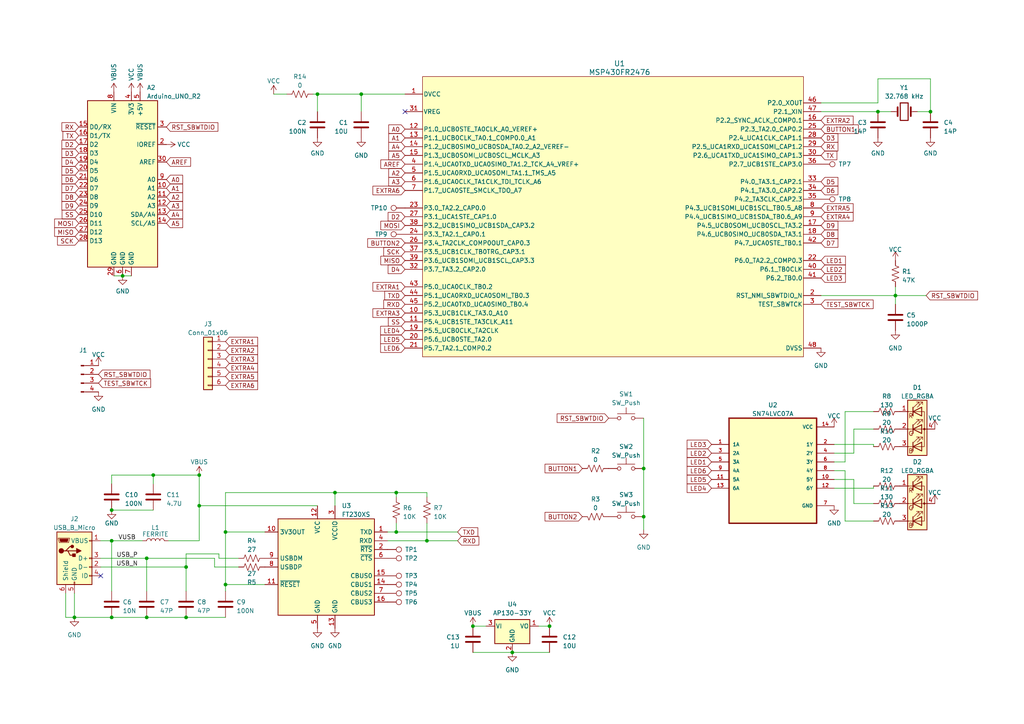
<source format=kicad_sch>
(kicad_sch (version 20230121) (generator eeschema)
  (paper "A4")
  (title_block (title "FRAM Forth Development Board") (date "2023-10-16") (company "bitgloo") (comment 1 "Released under the CERN Open Hardware License Version 2 - Strongly Reciprocal"))
  (lib_symbols
    (symbol "Connector:Conn_01x04_Pin" (pin_names (offset 1.016) hide)
      (property "Reference" "J" (at 0 5.08 0))
      (property "Value" "Conn_01x04_Pin" (at 0 -7.62 0))
      (symbol "Conn_01x04_Pin_1_1"
        (pin passive line (at 5.08 2.54 180) (length 3.81) (name "Pin_1") (number "1"))
        (pin passive line (at 5.08 0 180) (length 3.81) (name "Pin_2") (number "2"))
        (pin passive line (at 5.08 -2.54 180) (length 3.81) (name "Pin_3") (number "3"))
        (pin passive line (at 5.08 -5.08 180) (length 3.81) (name "Pin_4") (number "4"))
      )
    )
    (symbol "Connector:TestPoint" (pin_numbers hide) (pin_names (offset 0.762) hide)
      (property "Reference" "TP" (at 0 6.858 0))
      (property "Value" "TestPoint" (at 0 5.08 0))
      (symbol "TestPoint_1_1"
        (pin passive line (at 0 0 90) (length 2.54) (name "1") (number "1"))
      )
    )
    (symbol "Connector:USB_B_Micro" (pin_names (offset 1.016))
      (property "Reference" "J" (at -5.08 11.43 0))
      (property "Value" "USB_B_Micro" (at -5.08 8.89 0))
      (symbol "USB_B_Micro_1_1"
        (pin power_out line (at 7.62 5.08 180) (length 2.54) (name "VBUS") (number "1"))
        (pin bidirectional line (at 7.62 -2.54 180) (length 2.54) (name "D-") (number "2"))
        (pin bidirectional line (at 7.62 0 180) (length 2.54) (name "D+") (number "3"))
        (pin passive line (at 7.62 -5.08 180) (length 2.54) (name "ID") (number "4"))
        (pin power_out line (at 0 -10.16 90) (length 2.54) (name "GND") (number "5"))
        (pin passive line (at -2.54 -10.16 90) (length 2.54) (name "Shield") (number "6"))
      )
    )
    (symbol "Connector_Generic:Conn_01x06" (pin_names (offset 1.016) hide)
      (property "Reference" "J" (at 0 7.62 0))
      (property "Value" "Conn_01x06" (at 0 -10.16 0))
      (symbol "Conn_01x06_1_1"
        (pin passive line (at -5.08 5.08 0) (length 3.81) (name "Pin_1") (number "1"))
        (pin passive line (at -5.08 2.54 0) (length 3.81) (name "Pin_2") (number "2"))
        (pin passive line (at -5.08 0 0) (length 3.81) (name "Pin_3") (number "3"))
        (pin passive line (at -5.08 -2.54 0) (length 3.81) (name "Pin_4") (number "4"))
        (pin passive line (at -5.08 -5.08 0) (length 3.81) (name "Pin_5") (number "5"))
        (pin passive line (at -5.08 -7.62 0) (length 3.81) (name "Pin_6") (number "6"))
      )
    )
    (symbol "Device:C" (pin_numbers hide) (pin_names (offset 0.254))
      (property "Reference" "C" (at 0.635 2.54 0))
      (property "Value" "C" (at 0.635 -2.54 0))
      (symbol "C_1_1"
        (pin passive line (at 0 3.81 270) (length 2.794) (name "~") (number "1"))
        (pin passive line (at 0 -3.81 90) (length 2.794) (name "~") (number "2"))
      )
    )
    (symbol "Device:Crystal" (pin_numbers hide) (pin_names (offset 1.016) hide)
      (property "Reference" "Y" (at 0 3.81 0))
      (property "Value" "Crystal" (at 0 -3.81 0))
      (symbol "Crystal_1_1"
        (pin passive line (at -3.81 0 0) (length 1.27) (name "1") (number "1"))
        (pin passive line (at 3.81 0 180) (length 1.27) (name "2") (number "2"))
      )
    )
    (symbol "Device:L" (pin_numbers hide) (pin_names (offset 1.016) hide)
      (property "Reference" "L" (at -1.27 0 90))
      (property "Value" "L" (at 1.905 0 90))
      (symbol "L_1_1"
        (pin passive line (at 0 3.81 270) (length 1.27) (name "1") (number "1"))
        (pin passive line (at 0 -3.81 90) (length 1.27) (name "2") (number "2"))
      )
    )
    (symbol "Device:LED_RGBA" (pin_names (offset 0) hide)
      (property "Reference" "D" (at 0 9.398 0))
      (property "Value" "LED_RGBA" (at 0 -8.89 0))
      (symbol "LED_RGBA_0_0"
        (text "B" (at -1.905 -6.35 0) (effects (font (size 1.27 1.27))))
        (text "G" (at -1.905 -1.27 0) (effects (font (size 1.27 1.27))))
        (text "R" (at -1.905 3.81 0) (effects (font (size 1.27 1.27))))
      )
      (symbol "LED_RGBA_1_1"
        (pin passive line (at -5.08 5.08 0) (length 2.54) (name "RK") (number "1"))
        (pin passive line (at -5.08 0 0) (length 2.54) (name "GK") (number "2"))
        (pin passive line (at -5.08 -5.08 0) (length 2.54) (name "BK") (number "3"))
        (pin passive line (at 5.08 0 180) (length 2.54) (name "A") (number "4"))
      )
    )
    (symbol "Device:R_US" (pin_numbers hide) (pin_names (offset 0))
      (property "Reference" "R" (at 2.54 0 90))
      (property "Value" "R_US" (at -2.54 0 90))
      (symbol "R_US_1_1"
        (pin passive line (at 0 3.81 270) (length 1.27) (name "~") (number "1"))
        (pin passive line (at 0 -3.81 90) (length 1.27) (name "~") (number "2"))
      )
    )
    (symbol "Interface_USB:FT230XS"
      (property "Reference" "U" (at -13.97 15.24 0))
      (property "Value" "FT230XS" (at 7.62 15.24 0))
      (symbol "FT230XS_1_1"
        (pin output line (at 17.78 10.16 180) (length 3.81) (name "TXD") (number "1"))
        (pin power_out line (at -17.78 10.16 0) (length 3.81) (name "3V3OUT") (number "10"))
        (pin input line (at -17.78 -5.08 0) (length 3.81) (name "~{RESET}") (number "11"))
        (pin power_in line (at -2.54 17.78 270) (length 3.81) (name "VCC") (number "12"))
        (pin power_in line (at 2.54 -17.78 90) (length 3.81) (name "GND") (number "13"))
        (pin bidirectional line (at 17.78 -5.08 180) (length 3.81) (name "CBUS1") (number "14"))
        (pin bidirectional line (at 17.78 -2.54 180) (length 3.81) (name "CBUS0") (number "15"))
        (pin bidirectional line (at 17.78 -10.16 180) (length 3.81) (name "CBUS3") (number "16"))
        (pin output line (at 17.78 5.08 180) (length 3.81) (name "~{RTS}") (number "2"))
        (pin power_in line (at 2.54 17.78 270) (length 3.81) (name "VCCIO") (number "3"))
        (pin input line (at 17.78 7.62 180) (length 3.81) (name "RXD") (number "4"))
        (pin power_in line (at -2.54 -17.78 90) (length 3.81) (name "GND") (number "5"))
        (pin input line (at 17.78 2.54 180) (length 3.81) (name "~{CTS}") (number "6"))
        (pin bidirectional line (at 17.78 -7.62 180) (length 3.81) (name "CBUS2") (number "7"))
        (pin bidirectional line (at -17.78 0 0) (length 3.81) (name "USBDP") (number "8"))
        (pin bidirectional line (at -17.78 2.54 0) (length 3.81) (name "USBDM") (number "9"))
      )
    )
    (symbol "MCU_Module:Arduino_UNO_R2"
      (property "Reference" "A" (at -10.16 23.495 0))
      (property "Value" "Arduino_UNO_R2" (at 5.08 -26.67 0))
      (symbol "Arduino_UNO_R2_1_1"
        (pin no_connect line (at -10.16 -20.32 0) (length 2.54) hide (name "NC") (number "1"))
        (pin bidirectional line (at 12.7 -2.54 180) (length 2.54) (name "A1") (number "10"))
        (pin bidirectional line (at 12.7 -5.08 180) (length 2.54) (name "A2") (number "11"))
        (pin bidirectional line (at 12.7 -7.62 180) (length 2.54) (name "A3") (number "12"))
        (pin bidirectional line (at 12.7 -10.16 180) (length 2.54) (name "SDA/A4") (number "13"))
        (pin bidirectional line (at 12.7 -12.7 180) (length 2.54) (name "SCL/A5") (number "14"))
        (pin bidirectional line (at -12.7 15.24 0) (length 2.54) (name "D0/RX") (number "15"))
        (pin bidirectional line (at -12.7 12.7 0) (length 2.54) (name "D1/TX") (number "16"))
        (pin bidirectional line (at -12.7 10.16 0) (length 2.54) (name "D2") (number "17"))
        (pin bidirectional line (at -12.7 7.62 0) (length 2.54) (name "D3") (number "18"))
        (pin bidirectional line (at -12.7 5.08 0) (length 2.54) (name "D4") (number "19"))
        (pin output line (at 12.7 10.16 180) (length 2.54) (name "IOREF") (number "2"))
        (pin bidirectional line (at -12.7 2.54 0) (length 2.54) (name "D5") (number "20"))
        (pin bidirectional line (at -12.7 0 0) (length 2.54) (name "D6") (number "21"))
        (pin bidirectional line (at -12.7 -2.54 0) (length 2.54) (name "D7") (number "22"))
        (pin bidirectional line (at -12.7 -5.08 0) (length 2.54) (name "D8") (number "23"))
        (pin bidirectional line (at -12.7 -7.62 0) (length 2.54) (name "D9") (number "24"))
        (pin bidirectional line (at -12.7 -10.16 0) (length 2.54) (name "D10") (number "25"))
        (pin bidirectional line (at -12.7 -12.7 0) (length 2.54) (name "D11") (number "26"))
        (pin bidirectional line (at -12.7 -15.24 0) (length 2.54) (name "D12") (number "27"))
        (pin bidirectional line (at -12.7 -17.78 0) (length 2.54) (name "D13") (number "28"))
        (pin power_in line (at -2.54 -27.94 90) (length 2.54) (name "GND") (number "29"))
        (pin input line (at 12.7 15.24 180) (length 2.54) (name "~{RESET}") (number "3"))
        (pin input line (at 12.7 5.08 180) (length 2.54) (name "AREF") (number "30"))
        (pin power_out line (at 2.54 25.4 270) (length 2.54) (name "3V3") (number "4"))
        (pin power_out line (at 5.08 25.4 270) (length 2.54) (name "+5V") (number "5"))
        (pin power_in line (at 0 -27.94 90) (length 2.54) (name "GND") (number "6"))
        (pin power_in line (at 2.54 -27.94 90) (length 2.54) (name "GND") (number "7"))
        (pin power_in line (at -2.54 25.4 270) (length 2.54) (name "VIN") (number "8"))
        (pin bidirectional line (at 12.7 0 180) (length 2.54) (name "A0") (number "9"))
      )
    )
    (symbol "New_Library:MSP430FR2476TPTR" (pin_names (offset 0.254))
      (property "Reference" "U1" (at 0 45.72 0))
      (property "Value" "MSP430FR2476" (at 0 43.18 0))
      (symbol "MSP430FR2476TPTR_0_1"
        (pin power_in line (at -62.23 36.83 0) (length 5.08) (name "DVCC") (number "1"))
        (pin bidirectional line (at -62.23 -26.67 0) (length 5.08) (name "P5.3_UCB1CLK_TA3.0_A10") (number "10"))
        (pin bidirectional line (at -62.23 -29.21 0) (length 5.08) (name "P5.4_UCB1STE_TA3CLK_A11") (number "11"))
        (pin bidirectional line (at -62.23 26.67 0) (length 5.08) (name "P1.0_UCB0STE_TA0CLK_A0_VEREF+") (number "12"))
        (pin bidirectional line (at -62.23 24.13 0) (length 5.08) (name "P1.1_UCB0CLK_TA0.1_COMP0.0_A1") (number "13"))
        (pin bidirectional line (at -62.23 21.59 0) (length 5.08) (name "P1.2_UCB0SIMO_UCB0SDA_TA0.2_A2_VEREF-") (number "14"))
        (pin bidirectional line (at -62.23 19.05 0) (length 5.08) (name "P1.3_UCB0SOMI_UCB0SCL_MCLK_A3") (number "15"))
        (pin bidirectional line (at 58.42 29.21 180) (length 5.08) (name "P2.2_SYNC_ACLK_COMP0.1") (number "16"))
        (pin bidirectional line (at 58.42 -1.27 180) (length 5.08) (name "P4.5_UCB0SOMI_UCB0SCL_TA3.2") (number "17"))
        (pin bidirectional line (at 58.42 -3.81 180) (length 5.08) (name "P4.6_UCB0SIMO_UCB0SDA_TA3.1") (number "18"))
        (pin bidirectional line (at -62.23 -31.75 0) (length 5.08) (name "P5.5_UCB0CLK_TA2CLK") (number "19"))
        (pin bidirectional line (at 58.42 -21.59 180) (length 5.08) (name "RST_NMI_SBWTDIO_N") (number "2"))
        (pin bidirectional line (at -62.23 -34.29 0) (length 5.08) (name "P5.6_UCB0STE_TA2.0") (number "20"))
        (pin bidirectional line (at -62.23 -36.83 0) (length 5.08) (name "P5.7_TA2.1_COMP0.2") (number "21"))
        (pin bidirectional line (at 58.42 -11.43 180) (length 5.08) (name "P6.0_TA2.2_COMP0.3") (number "22"))
        (pin bidirectional line (at -62.23 3.81 0) (length 5.08) (name "P3.0_TA2.2_CAP0.0") (number "23"))
        (pin bidirectional line (at -62.23 -3.81 0) (length 5.08) (name "P3.3_TA2.1_CAP0.1") (number "24"))
        (pin bidirectional line (at 58.42 26.67 180) (length 5.08) (name "P2.3_TA2.0_CAP0.2") (number "25"))
        (pin bidirectional line (at -62.23 -6.35 0) (length 5.08) (name "P3.4_TA2CLK_COMP0OUT_CAP0.3") (number "26"))
        (pin bidirectional line (at -62.23 1.27 0) (length 5.08) (name "P3.1_UCA1STE_CAP1.0") (number "27"))
        (pin bidirectional line (at 58.42 24.13 180) (length 5.08) (name "P2.4_UCA1CLK_CAP1.1") (number "28"))
        (pin bidirectional line (at 58.42 21.59 180) (length 5.08) (name "P2.5_UCA1RXD_UCA1SOMI_CAP1.2") (number "29"))
        (pin input line (at 58.42 -24.13 180) (length 5.08) (name "TEST_SBWTCK") (number "3"))
        (pin bidirectional line (at 58.42 19.05 180) (length 5.08) (name "P2.6_UCA1TXD_UCA1SIMO_CAP1.3") (number "30"))
        (pin power_in line (at -62.23 31.75 0) (length 5.08) (name "VREG") (number "31"))
        (pin bidirectional line (at -62.23 -13.97 0) (length 5.08) (name "P3.7_TA3.2_CAP2.0") (number "32"))
        (pin bidirectional line (at 58.42 11.43 180) (length 5.08) (name "P4.0_TA3.1_CAP2.1") (number "33"))
        (pin bidirectional line (at 58.42 8.89 180) (length 5.08) (name "P4.1_TA3.0_CAP2.2") (number "34"))
        (pin bidirectional line (at 58.42 6.35 180) (length 5.08) (name "P4.2_TA3CLK_CAP2.3") (number "35"))
        (pin bidirectional line (at 58.42 16.51 180) (length 5.08) (name "P2.7_UCB1STE_CAP3.0") (number "36"))
        (pin bidirectional line (at -62.23 -8.89 0) (length 5.08) (name "P3.5_UCB1CLK_TB0TRG_CAP3.1") (number "37"))
        (pin bidirectional line (at -62.23 -1.27 0) (length 5.08) (name "P3.2_UCB1SIMO_UCB1SDA_CAP3.2") (number "38"))
        (pin bidirectional line (at -62.23 -11.43 0) (length 5.08) (name "P3.6_UCB1SOMI_UCB1SCL_CAP3.3") (number "39"))
        (pin bidirectional line (at -62.23 16.51 0) (length 5.08) (name "P1.4_UCA0TXD_UCA0SIMO_TA1.2_TCK_A4_VREF+") (number "4"))
        (pin bidirectional line (at 58.42 -13.97 180) (length 5.08) (name "P6.1_TB0CLK") (number "40"))
        (pin bidirectional line (at 58.42 -16.51 180) (length 5.08) (name "P6.2_TB0.0") (number "41"))
        (pin bidirectional line (at 58.42 -6.35 180) (length 5.08) (name "P4.7_UCA0STE_TB0.1") (number "42"))
        (pin bidirectional line (at -62.23 -19.05 0) (length 5.08) (name "P5.0_UCA0CLK_TB0.2") (number "43"))
        (pin bidirectional line (at -62.23 -21.59 0) (length 5.08) (name "P5.1_UCA0RXD_UCA0SOMI_TB0.3") (number "44"))
        (pin bidirectional line (at -62.23 -24.13 0) (length 5.08) (name "P5.2_UCA0TXD_UCA0SIMO_TB0.4") (number "45"))
        (pin bidirectional line (at 58.42 34.29 180) (length 5.08) (name "P2.0_XOUT") (number "46"))
        (pin bidirectional line (at 58.42 31.75 180) (length 5.08) (name "P2.1_XIN") (number "47"))
        (pin power_in line (at 58.42 -36.83 180) (length 5.08) (name "DVSS") (number "48"))
        (pin bidirectional line (at -62.23 13.97 0) (length 5.08) (name "P1.5_UCA0RXD_UCA0SOMI_TA1.1_TMS_A5") (number "5"))
        (pin bidirectional line (at -62.23 11.43 0) (length 5.08) (name "P1.6_UCA0CLK_TA1CLK_TDI_TCLK_A6") (number "6"))
        (pin bidirectional line (at -62.23 8.89 0) (length 5.08) (name "P1.7_UCA0STE_SMCLK_TDO_A7") (number "7"))
        (pin bidirectional line (at 58.42 3.81 180) (length 5.08) (name "P4.3_UCB1SOMI_UCB1SCL_TB0.5_A8") (number "8"))
        (pin bidirectional line (at 58.42 1.27 180) (length 5.08) (name "P4.4_UCB1SIMO_UCB1SDA_TB0.6_A9") (number "9"))
      )
    )
    (symbol "New_Library:SN74LVC07APWR" (pin_names (offset 1.016))
      (property "Reference" "U" (at -12.7 16.2306 0))
      (property "Value" "SN74LVC07APWR" (at -12.7 -19.2278 0))
      (symbol "SN74LVC07APWR_0_0"
        (pin input line (at -17.78 7.62 0) (length 5.08) (name "1A") (number "1"))
        (pin output line (at 17.78 -2.54 180) (length 5.08) (name "5Y") (number "10"))
        (pin input line (at -17.78 -2.54 0) (length 5.08) (name "5A") (number "11"))
        (pin output line (at 17.78 -5.08 180) (length 5.08) (name "6Y") (number "12"))
        (pin input line (at -17.78 -5.08 0) (length 5.08) (name "6A") (number "13"))
        (pin power_in line (at 17.78 12.7 180) (length 5.08) (name "VCC") (number "14"))
        (pin output line (at 17.78 7.62 180) (length 5.08) (name "1Y") (number "2"))
        (pin input line (at -17.78 5.08 0) (length 5.08) (name "2A") (number "3"))
        (pin output line (at 17.78 5.08 180) (length 5.08) (name "2Y") (number "4"))
        (pin input line (at -17.78 2.54 0) (length 5.08) (name "3A") (number "5"))
        (pin output line (at 17.78 2.54 180) (length 5.08) (name "3Y") (number "6"))
        (pin power_in line (at 17.78 -10.16 180) (length 5.08) (name "GND") (number "7"))
        (pin output line (at 17.78 0 180) (length 5.08) (name "4Y") (number "8"))
        (pin input line (at -17.78 0 0) (length 5.08) (name "4A") (number "9"))
      )
    )
    (symbol "Regulator_Linear:AP130-33Y" (pin_names (offset 0.254))
      (property "Reference" "U" (at -3.81 3.175 0))
      (property "Value" "AP130-33Y" (at 0 3.175 0))
      (symbol "AP130-33Y_1_1"
        (pin power_out line (at 7.62 0 180) (length 2.54) (name "VO") (number "1"))
        (pin power_in line (at 0 -7.62 90) (length 2.54) (name "GND") (number "2"))
        (pin power_in line (at -7.62 0 0) (length 2.54) (name "VI") (number "3"))
      )
    )
    (symbol "Switch:SW_Push" (pin_numbers hide) (pin_names (offset 1.016) hide)
      (property "Reference" "SW" (at 1.27 2.54 0))
      (property "Value" "SW_Push" (at 0 -1.524 0))
      (symbol "SW_Push_0_1"
        (pin passive line (at -5.08 0 0) (length 2.54) (name "1") (number "1"))
        (pin passive line (at 5.08 0 180) (length 2.54) (name "2") (number "2"))
      )
    )
    (symbol "power:GND" (power) (pin_names (offset 0))
      (property "Value" "GND" (at 0 -3.81 0))
      (symbol "GND_1_1"
        (pin power_in line (at 0 0 270) (length 0) hide (name "GND") (number "1"))
      )
    )
    (symbol "power:VBUS" (power) (pin_names (offset 0))
      (property "Value" "VBUS" (at 0 3.81 0))
      (symbol "VBUS_1_1"
        (pin power_in line (at 0 0 90) (length 0) hide (name "VBUS") (number "1"))
      )
    )
    (symbol "power:VCC" (power) (pin_names (offset 0))
      (property "Value" "VCC" (at 0 3.81 0))
      (symbol "VCC_1_1"
        (pin power_in line (at 0 0 90) (length 0) hide (name "VCC") (number "1"))
      )
    )
  )
  (junction (at 65.405 154.305))
  (junction (at 159.385 181.61))
  (junction (at 114.935 142.875))
  (junction (at 53.975 179.07))
  (junction (at 57.785 137.795))
  (junction (at 53.975 164.465))
  (junction (at 32.385 156.845))
  (junction (at 65.405 169.545))
  (junction (at 148.59 189.23))
  (junction (at 137.16 181.61))
  (junction (at 44.45 137.795))
  (junction (at 57.785 146.685))
  (junction (at 92.075 27.305))
  (junction (at 259.715 85.725))
  (junction (at 123.825 156.845))
  (junction (at 97.155 142.875))
  (junction (at 104.775 27.305))
  (junction (at 35.56 80.01))
  (junction (at 42.545 161.925))
  (junction (at 254.635 32.385))
  (junction (at 186.69 149.86))
  (junction (at 21.59 179.07))
  (junction (at 32.385 179.07))
  (junction (at 42.545 179.07))
  (junction (at 114.935 154.305))
  (junction (at 186.69 135.89))
  (junction (at 32.385 147.955))
  (junction (at 269.875 32.385))
  (no_connect (at 29.21 167.005))
  (no_connect (at 117.475 32.385))
  (wire (pts (xy 114.935 142.875) (xy 114.935 144.145)))
  (wire (pts (xy 21.59 179.07) (xy 32.385 179.07)))
  (wire (pts (xy 48.895 156.845) (xy 57.785 156.845)))
  (wire (pts (xy 97.155 146.685) (xy 97.155 142.875)))
  (wire (pts (xy 65.405 142.875) (xy 65.405 154.305)))
  (wire (pts (xy 137.16 189.23) (xy 148.59 189.23)))
  (wire (pts (xy 247.65 124.46) (xy 253.365 124.46)))
  (wire (pts (xy 253.365 128.905) (xy 253.365 129.54)))
  (wire (pts (xy 238.125 32.385) (xy 254.635 32.385)))
  (wire (pts (xy 253.365 141.605) (xy 253.365 140.97)))
  (wire (pts (xy 97.155 142.875) (xy 114.935 142.875)))
  (wire (pts (xy 29.21 161.925) (xy 42.545 161.925)))
  (wire (pts (xy 148.59 189.23) (xy 159.385 189.23)))
  (wire (pts (xy 245.11 136.525) (xy 245.11 151.13)))
  (wire (pts (xy 241.935 139.065) (xy 247.65 139.065)))
  (wire (pts (xy 19.05 172.085) (xy 19.05 179.07)))
  (wire (pts (xy 65.405 154.305) (xy 65.405 169.545)))
  (wire (pts (xy 123.825 156.845) (xy 123.825 151.765)))
  (wire (pts (xy 29.21 164.465) (xy 53.975 164.465)))
  (wire (pts (xy 114.935 154.305) (xy 132.715 154.305)))
  (wire (pts (xy 247.65 139.065) (xy 247.65 146.05)))
  (wire (pts (xy 241.935 131.445) (xy 247.65 131.445)))
  (wire (pts (xy 241.935 136.525) (xy 245.11 136.525)))
  (wire (pts (xy 112.395 154.305) (xy 114.935 154.305)))
  (wire (pts (xy 259.715 83.185) (xy 259.715 85.725)))
  (wire (pts (xy 29.21 156.845) (xy 32.385 156.845)))
  (wire (pts (xy 32.385 179.07) (xy 42.545 179.07)))
  (wire (pts (xy 63.5 161.925) (xy 63.5 160.655)))
  (wire (pts (xy 19.05 179.07) (xy 21.59 179.07)))
  (wire (pts (xy 186.69 121.285) (xy 186.69 135.89)))
  (wire (pts (xy 247.65 131.445) (xy 247.65 124.46)))
  (wire (pts (xy 44.45 137.795) (xy 32.385 137.795)))
  (wire (pts (xy 65.405 169.545) (xy 76.835 169.545)))
  (wire (pts (xy 32.385 156.845) (xy 32.385 171.45)))
  (wire (pts (xy 112.395 156.845) (xy 123.825 156.845)))
  (wire (pts (xy 53.975 179.07) (xy 65.405 179.07)))
  (wire (pts (xy 247.65 146.05) (xy 253.365 146.05)))
  (wire (pts (xy 65.405 154.305) (xy 76.835 154.305)))
  (wire (pts (xy 44.45 137.795) (xy 44.45 140.335)))
  (wire (pts (xy 114.935 154.305) (xy 114.935 151.765)))
  (wire (pts (xy 90.805 27.305) (xy 92.075 27.305)))
  (wire (pts (xy 53.975 160.655) (xy 53.975 164.465)))
  (wire (pts (xy 254.635 22.86) (xy 269.875 22.86)))
  (wire (pts (xy 156.21 181.61) (xy 159.385 181.61)))
  (wire (pts (xy 92.075 146.685) (xy 57.785 146.685)))
  (wire (pts (xy 266.065 32.385) (xy 269.875 32.385)))
  (wire (pts (xy 69.215 164.465) (xy 62.23 164.465)))
  (wire (pts (xy 65.405 169.545) (xy 65.405 171.45)))
  (wire (pts (xy 79.375 27.305) (xy 83.185 27.305)))
  (wire (pts (xy 241.935 141.605) (xy 253.365 141.605)))
  (wire (pts (xy 238.125 29.845) (xy 254.635 29.845)))
  (wire (pts (xy 69.215 161.925) (xy 63.5 161.925)))
  (wire (pts (xy 269.875 22.86) (xy 269.875 32.385)))
  (wire (pts (xy 104.775 27.305) (xy 117.475 27.305)))
  (wire (pts (xy 32.385 147.955) (xy 44.45 147.955)))
  (wire (pts (xy 245.11 133.985) (xy 245.11 119.38)))
  (wire (pts (xy 254.635 29.845) (xy 254.635 22.86)))
  (wire (pts (xy 97.155 142.875) (xy 65.405 142.875)))
  (wire (pts (xy 57.785 146.685) (xy 57.785 137.795)))
  (wire (pts (xy 137.16 181.61) (xy 140.97 181.61)))
  (wire (pts (xy 186.69 135.89) (xy 186.69 149.86)))
  (wire (pts (xy 259.715 85.725) (xy 259.715 88.265)))
  (wire (pts (xy 35.56 80.01) (xy 38.1 80.01)))
  (wire (pts (xy 62.23 164.465) (xy 62.23 161.925)))
  (wire (pts (xy 32.385 137.795) (xy 32.385 140.335)))
  (wire (pts (xy 241.935 128.905) (xy 253.365 128.905)))
  (wire (pts (xy 42.545 179.07) (xy 53.975 179.07)))
  (wire (pts (xy 57.785 137.795) (xy 44.45 137.795)))
  (wire (pts (xy 104.775 27.305) (xy 104.775 32.385)))
  (wire (pts (xy 123.825 142.875) (xy 123.825 144.145)))
  (wire (pts (xy 57.785 146.685) (xy 57.785 156.845)))
  (wire (pts (xy 186.69 149.86) (xy 186.69 153.67)))
  (wire (pts (xy 53.975 164.465) (xy 53.975 171.45)))
  (wire (pts (xy 92.075 27.305) (xy 92.075 32.385)))
  (wire (pts (xy 114.935 142.875) (xy 123.825 142.875)))
  (wire (pts (xy 245.11 119.38) (xy 253.365 119.38)))
  (wire (pts (xy 123.825 156.845) (xy 132.715 156.845)))
  (wire (pts (xy 62.23 161.925) (xy 42.545 161.925)))
  (wire (pts (xy 245.11 151.13) (xy 253.365 151.13)))
  (wire (pts (xy 238.125 85.725) (xy 259.715 85.725)))
  (wire (pts (xy 241.935 133.985) (xy 245.11 133.985)))
  (wire (pts (xy 33.02 80.01) (xy 35.56 80.01)))
  (wire (pts (xy 254.635 32.385) (xy 258.445 32.385)))
  (wire (pts (xy 92.075 27.305) (xy 104.775 27.305)))
  (wire (pts (xy 21.59 172.085) (xy 21.59 179.07)))
  (wire (pts (xy 32.385 156.845) (xy 41.275 156.845)))
  (wire (pts (xy 259.715 85.725) (xy 268.605 85.725)))
  (wire (pts (xy 63.5 160.655) (xy 53.975 160.655)))
  (wire (pts (xy 42.545 161.925) (xy 42.545 171.45)))
  (label "USB_P" (at 40.005 161.925 180))
  (label "USB_N" (at 40.005 164.465 180))
  (label "VUSB" (at 34.29 156.845 0))
  (global_label "EXTRA1" (shape input) (at 117.475 83.185 180) (property "Intersheetrefs" "${INTERSHEET_REFS}" (effects hide)))
  (global_label "MISO" (shape input) (at 117.475 75.565 180) (property "Intersheetrefs" "${INTERSHEET_REFS}" (effects hide)))
  (global_label "LED4" (shape input) (at 117.475 95.885 180) (property "Intersheetrefs" "${INTERSHEET_REFS}" (effects hide)))
  (global_label "TEST_SBWTCK" (shape input) (at 28.575 111.125 0) (property "Intersheetrefs" "${INTERSHEET_REFS}" (effects hide)))
  (global_label "D8" (shape input) (at 238.125 67.945 0) (property "Intersheetrefs" "${INTERSHEET_REFS}" (effects hide)))
  (global_label "BUTTON1" (shape input) (at 168.91 135.89 180) (property "Intersheetrefs" "${INTERSHEET_REFS}" (effects hide)))
  (global_label "D8" (shape input) (at 22.86 57.15 180) (property "Intersheetrefs" "${INTERSHEET_REFS}" (effects hide)))
  (global_label "A2" (shape input) (at 48.26 57.15 0) (property "Intersheetrefs" "${INTERSHEET_REFS}" (effects hide)))
  (global_label "D4" (shape input) (at 117.475 78.105 180) (property "Intersheetrefs" "${INTERSHEET_REFS}" (effects hide)))
  (global_label "LED6" (shape input) (at 117.475 100.965 180) (property "Intersheetrefs" "${INTERSHEET_REFS}" (effects hide)))
  (global_label "LED2" (shape input) (at 206.375 131.445 180) (property "Intersheetrefs" "${INTERSHEET_REFS}" (effects hide)))
  (global_label "A5" (shape input) (at 117.475 45.085 180) (property "Intersheetrefs" "${INTERSHEET_REFS}" (effects hide)))
  (global_label "AREF" (shape input) (at 48.26 46.99 0) (property "Intersheetrefs" "${INTERSHEET_REFS}" (effects hide)))
  (global_label "D7" (shape input) (at 22.86 54.61 180) (property "Intersheetrefs" "${INTERSHEET_REFS}" (effects hide)))
  (global_label "A2" (shape input) (at 117.475 50.165 180) (property "Intersheetrefs" "${INTERSHEET_REFS}" (effects hide)))
  (global_label "A4" (shape input) (at 117.475 42.545 180) (property "Intersheetrefs" "${INTERSHEET_REFS}" (effects hide)))
  (global_label "LED6" (shape input) (at 206.375 136.525 180) (property "Intersheetrefs" "${INTERSHEET_REFS}" (effects hide)))
  (global_label "D4" (shape input) (at 22.86 46.99 180) (property "Intersheetrefs" "${INTERSHEET_REFS}" (effects hide)))
  (global_label "TX" (shape input) (at 22.86 39.37 180) (property "Intersheetrefs" "${INTERSHEET_REFS}" (effects hide)))
  (global_label "RST_SBWTDIO" (shape input) (at 268.605 85.725 0) (property "Intersheetrefs" "${INTERSHEET_REFS}" (effects hide)))
  (global_label "EXTRA5" (shape input) (at 65.405 109.22 0) (property "Intersheetrefs" "${INTERSHEET_REFS}" (effects hide)))
  (global_label "AREF" (shape input) (at 117.475 47.625 180) (property "Intersheetrefs" "${INTERSHEET_REFS}" (effects hide)))
  (global_label "D2" (shape input) (at 117.475 62.865 180) (property "Intersheetrefs" "${INTERSHEET_REFS}" (effects hide)))
  (global_label "BUTTON2" (shape input) (at 168.91 149.86 180) (property "Intersheetrefs" "${INTERSHEET_REFS}" (effects hide)))
  (global_label "RX" (shape input) (at 238.125 42.545 0) (property "Intersheetrefs" "${INTERSHEET_REFS}" (effects hide)))
  (global_label "A0" (shape input) (at 117.475 37.465 180) (property "Intersheetrefs" "${INTERSHEET_REFS}" (effects hide)))
  (global_label "A1" (shape input) (at 48.26 54.61 0) (property "Intersheetrefs" "${INTERSHEET_REFS}" (effects hide)))
  (global_label "RXD" (shape input) (at 132.715 156.845 0) (property "Intersheetrefs" "${INTERSHEET_REFS}" (effects hide)))
  (global_label "D6" (shape input) (at 238.125 55.245 0) (property "Intersheetrefs" "${INTERSHEET_REFS}" (effects hide)))
  (global_label "BUTTON2" (shape input) (at 117.475 70.485 180) (property "Intersheetrefs" "${INTERSHEET_REFS}" (effects hide)))
  (global_label "D6" (shape input) (at 22.86 52.07 180) (property "Intersheetrefs" "${INTERSHEET_REFS}" (effects hide)))
  (global_label "EXTRA6" (shape input) (at 65.405 111.76 0) (property "Intersheetrefs" "${INTERSHEET_REFS}" (effects hide)))
  (global_label "D7" (shape input) (at 238.125 70.485 0) (property "Intersheetrefs" "${INTERSHEET_REFS}" (effects hide)))
  (global_label "TXD" (shape input) (at 132.715 154.305 0) (property "Intersheetrefs" "${INTERSHEET_REFS}" (effects hide)))
  (global_label "EXTRA4" (shape input) (at 65.405 106.68 0) (property "Intersheetrefs" "${INTERSHEET_REFS}" (effects hide)))
  (global_label "RST_SBWTDIO" (shape input) (at 48.26 36.83 0) (property "Intersheetrefs" "${INTERSHEET_REFS}" (effects hide)))
  (global_label "D3" (shape input) (at 238.125 40.005 0) (property "Intersheetrefs" "${INTERSHEET_REFS}" (effects hide)))
  (global_label "EXTRA5" (shape input) (at 238.125 60.325 0) (property "Intersheetrefs" "${INTERSHEET_REFS}" (effects hide)))
  (global_label "MOSI" (shape input) (at 22.86 64.77 180) (property "Intersheetrefs" "${INTERSHEET_REFS}" (effects hide)))
  (global_label "D3" (shape input) (at 22.86 44.45 180) (property "Intersheetrefs" "${INTERSHEET_REFS}" (effects hide)))
  (global_label "LED1" (shape input) (at 206.375 133.985 180) (property "Intersheetrefs" "${INTERSHEET_REFS}" (effects hide)))
  (global_label "EXTRA2" (shape input) (at 238.125 34.925 0) (property "Intersheetrefs" "${INTERSHEET_REFS}" (effects hide)))
  (global_label "A5" (shape input) (at 48.26 64.77 0) (property "Intersheetrefs" "${INTERSHEET_REFS}" (effects hide)))
  (global_label "A1" (shape input) (at 117.475 40.005 180) (property "Intersheetrefs" "${INTERSHEET_REFS}" (effects hide)))
  (global_label "SS" (shape input) (at 22.86 62.23 180) (property "Intersheetrefs" "${INTERSHEET_REFS}" (effects hide)))
  (global_label "BUTTON1" (shape input) (at 238.125 37.465 0) (property "Intersheetrefs" "${INTERSHEET_REFS}" (effects hide)))
  (global_label "SCK" (shape input) (at 117.475 73.025 180) (property "Intersheetrefs" "${INTERSHEET_REFS}" (effects hide)))
  (global_label "D2" (shape input) (at 22.86 41.91 180) (property "Intersheetrefs" "${INTERSHEET_REFS}" (effects hide)))
  (global_label "EXTRA6" (shape input) (at 117.475 55.245 180) (property "Intersheetrefs" "${INTERSHEET_REFS}" (effects hide)))
  (global_label "A3" (shape input) (at 117.475 52.705 180) (property "Intersheetrefs" "${INTERSHEET_REFS}" (effects hide)))
  (global_label "A3" (shape input) (at 48.26 59.69 0) (property "Intersheetrefs" "${INTERSHEET_REFS}" (effects hide)))
  (global_label "SCK" (shape input) (at 22.86 69.85 180) (property "Intersheetrefs" "${INTERSHEET_REFS}" (effects hide)))
  (global_label "D5" (shape input) (at 22.86 49.53 180) (property "Intersheetrefs" "${INTERSHEET_REFS}" (effects hide)))
  (global_label "MOSI" (shape input) (at 117.475 65.405 180) (property "Intersheetrefs" "${INTERSHEET_REFS}" (effects hide)))
  (global_label "LED3" (shape input) (at 238.125 80.645 0) (property "Intersheetrefs" "${INTERSHEET_REFS}" (effects hide)))
  (global_label "MISO" (shape input) (at 22.86 67.31 180) (property "Intersheetrefs" "${INTERSHEET_REFS}" (effects hide)))
  (global_label "LED4" (shape input) (at 206.375 141.605 180) (property "Intersheetrefs" "${INTERSHEET_REFS}" (effects hide)))
  (global_label "D5" (shape input) (at 238.125 52.705 0) (property "Intersheetrefs" "${INTERSHEET_REFS}" (effects hide)))
  (global_label "EXTRA3" (shape input) (at 117.475 90.805 180) (property "Intersheetrefs" "${INTERSHEET_REFS}" (effects hide)))
  (global_label "D9" (shape input) (at 22.86 59.69 180) (property "Intersheetrefs" "${INTERSHEET_REFS}" (effects hide)))
  (global_label "LED2" (shape input) (at 238.125 78.105 0) (property "Intersheetrefs" "${INTERSHEET_REFS}" (effects hide)))
  (global_label "RST_SBWTDIO" (shape input) (at 176.53 121.285 180) (property "Intersheetrefs" "${INTERSHEET_REFS}" (effects hide)))
  (global_label "D9" (shape input) (at 238.125 65.405 0) (property "Intersheetrefs" "${INTERSHEET_REFS}" (effects hide)))
  (global_label "RST_SBWTDIO" (shape input) (at 28.575 108.585 0) (property "Intersheetrefs" "${INTERSHEET_REFS}" (effects hide)))
  (global_label "LED3" (shape input) (at 206.375 128.905 180) (property "Intersheetrefs" "${INTERSHEET_REFS}" (effects hide)))
  (global_label "EXTRA2" (shape input) (at 65.405 101.6 0) (property "Intersheetrefs" "${INTERSHEET_REFS}" (effects hide)))
  (global_label "TEST_SBWTCK" (shape input) (at 238.125 88.265 0) (property "Intersheetrefs" "${INTERSHEET_REFS}" (effects hide)))
  (global_label "A0" (shape input) (at 48.26 52.07 0) (property "Intersheetrefs" "${INTERSHEET_REFS}" (effects hide)))
  (global_label "TXD" (shape input) (at 117.475 85.725 180) (property "Intersheetrefs" "${INTERSHEET_REFS}" (effects hide)))
  (global_label "LED1" (shape input) (at 238.125 75.565 0) (property "Intersheetrefs" "${INTERSHEET_REFS}" (effects hide)))
  (global_label "LED5" (shape input) (at 117.475 98.425 180) (property "Intersheetrefs" "${INTERSHEET_REFS}" (effects hide)))
  (global_label "LED5" (shape input) (at 206.375 139.065 180) (property "Intersheetrefs" "${INTERSHEET_REFS}" (effects hide)))
  (global_label "RXD" (shape input) (at 117.475 88.265 180) (property "Intersheetrefs" "${INTERSHEET_REFS}" (effects hide)))
  (global_label "SS" (shape input) (at 117.475 93.345 180) (property "Intersheetrefs" "${INTERSHEET_REFS}" (effects hide)))
  (global_label "RX" (shape input) (at 22.86 36.83 180) (property "Intersheetrefs" "${INTERSHEET_REFS}" (effects hide)))
  (global_label "TX" (shape input) (at 238.125 45.085 0) (property "Intersheetrefs" "${INTERSHEET_REFS}" (effects hide)))
  (global_label "EXTRA1" (shape input) (at 65.405 99.06 0) (property "Intersheetrefs" "${INTERSHEET_REFS}" (effects hide)))
  (global_label "EXTRA4" (shape input) (at 238.125 62.865 0) (property "Intersheetrefs" "${INTERSHEET_REFS}" (effects hide)))
  (global_label "A4" (shape input) (at 48.26 62.23 0) (property "Intersheetrefs" "${INTERSHEET_REFS}" (effects hide)))
  (global_label "EXTRA3" (shape input) (at 65.405 104.14 0) (property "Intersheetrefs" "${INTERSHEET_REFS}" (effects hide)))
  (symbol (lib_id "Device:C") (at 159.385 185.42 0) (unit 1)
    (property "Reference" "C12" (at 163.195 184.785 0) (effects (justify left)))
    (property "Value" "10U" (at 163.195 187.325 0) (effects (justify left)))
    (property "Footprint" "Capacitor_SMD:C_0805_2012Metric" (effects hide))
    (property "Part Number" "CL21A106KOQNNNE" (effects hide))
  )
  (symbol (lib_id "Switch:SW_Push") (at 181.61 135.89 0) (unit 1)
    (property "Reference" "SW2" (at 181.61 129.54 0))
    (property "Value" "SW_Push" (at 181.61 132.08 0))
    (property "Footprint" "Button_Switch_SMD:SW_SPST_TL3305A" (effects hide))
    (property "Part Number" "TL3305AF160QG" (effects hide))
  )
  (symbol (lib_id "Connector:TestPoint") (at 112.395 172.085 270) (unit 1)
    (property "Reference" "TP5" (at 117.475 172.085 90) (effects (justify left)))
    (property "Value" "TestPoint" (effects hide))
    (property "Footprint" "TestPoint:TestPoint_Pad_D1.0mm" (effects hide))
  )
  (symbol (lib_id "Device:R_US") (at 73.025 164.465 270) (unit 1)
    (property "Reference" "R5" (at 73.025 168.91 90))
    (property "Value" "27" (at 73.025 166.37 90))
    (property "Footprint" "Resistor_SMD:R_0603_1608Metric" (effects hide))
    (property "Part Number" "RC0603JR-0727RL" (effects hide))
  )
  (symbol (lib_id "Connector:TestPoint") (at 112.395 159.385 270) (unit 1)
    (property "Reference" "TP1" (at 117.475 159.385 90) (effects (justify left)))
    (property "Value" "TestPoint" (effects hide))
    (property "Footprint" "TestPoint:TestPoint_Pad_D1.0mm" (effects hide))
  )
  (symbol (lib_id "power:VCC") (at 79.375 27.305 0) (unit 1)
    (property "Reference" "#PWR01" (effects hide))
    (property "Value" "VCC" (at 79.375 23.495 0))
  )
  (symbol (lib_id "Device:R_US") (at 257.175 129.54 90) (unit 1)
    (property "Reference" "R10" (at 257.175 125.095 90))
    (property "Value" "20" (at 257.175 127.635 90))
    (property "Footprint" "Resistor_SMD:R_0603_1608Metric" (effects hide))
    (property "Part Number" "RC0603JR-0720RL" (effects hide))
  )
  (symbol (lib_id "Interface_USB:FT230XS") (at 94.615 164.465 0) (unit 1)
    (property "Reference" "U3" (at 99.1109 146.685 0) (effects (justify left)))
    (property "Value" "FT230XS" (at 99.1109 149.225 0) (effects (justify left)))
    (property "Footprint" "Package_SO:SSOP-16_3.9x4.9mm_P0.635mm" (effects hide))
    (property "Datasheet" "https://www.ftdichip.com/Support/Documents/DataSheets/ICs/DS_FT230X.pdf" (effects hide))
    (property "Part Number" "FT230XS-R" (effects hide))
  )
  (symbol (lib_id "power:GND") (at 28.575 113.665 0) (unit 1)
    (property "Reference" "#PWR010" (effects hide))
    (property "Value" "GND" (at 28.575 118.745 0))
  )
  (symbol (lib_id "Connector:TestPoint") (at 112.395 167.005 270) (unit 1)
    (property "Reference" "TP3" (at 117.475 167.005 90) (effects (justify left)))
    (property "Value" "TestPoint" (effects hide))
    (property "Footprint" "TestPoint:TestPoint_Pad_D1.0mm" (effects hide))
  )
  (symbol (lib_id "Device:R_US") (at 259.715 79.375 0) (unit 1)
    (property "Reference" "R1" (at 261.62 78.74 0) (effects (justify left)))
    (property "Value" "47K" (at 261.62 81.28 0) (effects (justify left)))
    (property "Footprint" "Resistor_SMD:R_0603_1608Metric" (effects hide))
    (property "Part Number" "RC0603JR-0747KL" (effects hide))
  )
  (symbol (lib_id "Device:C") (at 44.45 144.145 0) (unit 1)
    (property "Reference" "C11" (at 48.26 143.51 0) (effects (justify left)))
    (property "Value" "4.7U" (at 48.26 146.05 0) (effects (justify left)))
    (property "Footprint" "Capacitor_SMD:C_0805_2012Metric" (effects hide))
    (property "Part Number" "CL21A475KAQNNNE" (effects hide))
  )
  (symbol (lib_id "power:GND") (at 259.715 95.885 0) (unit 1)
    (property "Reference" "#PWR07" (effects hide))
    (property "Value" "GND" (at 259.715 100.965 0))
  )
  (symbol (lib_id "Connector:TestPoint") (at 112.395 169.545 270) (unit 1)
    (property "Reference" "TP4" (at 117.475 169.545 90) (effects (justify left)))
    (property "Value" "TestPoint" (effects hide))
    (property "Footprint" "TestPoint:TestPoint_Pad_D1.0mm" (effects hide))
  )
  (symbol (lib_id "Connector:USB_B_Micro") (at 21.59 161.925 0) (unit 1)
    (property "Reference" "J2" (at 21.59 150.495 0))
    (property "Value" "USB_B_Micro" (at 21.59 153.035 0))
    (property "Footprint" "Connector_USB:USB_Micro-B_Amphenol_10118194_Horizontal" (effects hide))
    (property "Part Number" "10118194-0001LF" (effects hide))
  )
  (symbol (lib_id "power:VBUS") (at 57.785 137.795 0) (unit 1)
    (property "Reference" "#PWR012" (effects hide))
    (property "Value" "VBUS" (at 57.785 133.985 0))
  )
  (symbol (lib_id "power:VCC") (at 28.575 106.045 0) (unit 1)
    (property "Reference" "#PWR09" (effects hide))
    (property "Value" "VCC" (at 28.575 102.87 0))
  )
  (symbol (lib_id "power:VBUS") (at 33.02 26.67 0) (unit 1)
    (property "Reference" "#PWR022" (effects hide))
    (property "Value" "VBUS" (at 33.02 20.955 90))
  )
  (symbol (lib_id "Device:LED_RGBA") (at 266.065 124.46 0) (unit 1)
    (property "Reference" "D1" (at 266.065 112.395 0))
    (property "Value" "LED_RGBA" (at 266.065 114.935 0))
    (property "Footprint" "LED_SMD:LED_RGB_Wuerth-PLCC4_3.2x2.8mm_150141M173100" (effects hide))
    (property "Part Number" "BL-HJXGXBX32M-A" (effects hide))
  )
  (symbol (lib_id "power:VBUS") (at 137.16 181.61 0) (mirror y) (unit 1)
    (property "Reference" "#PWR013" (effects hide))
    (property "Value" "VBUS" (at 137.16 177.8 0))
  )
  (symbol (lib_id "Device:R_US") (at 73.025 161.925 90) (unit 1)
    (property "Reference" "R4" (at 73.025 156.845 90))
    (property "Value" "27" (at 73.025 159.385 90))
    (property "Footprint" "Resistor_SMD:R_0603_1608Metric" (effects hide))
    (property "Part Number" "RC0603JR-0727RL" (effects hide))
  )
  (symbol (lib_id "Connector:TestPoint") (at 117.475 67.945 90) (unit 1)
    (property "Reference" "TP9" (at 112.395 67.945 90) (effects (justify left)))
    (property "Value" "TestPoint" (effects hide))
    (property "Footprint" "TestPoint:TestPoint_Pad_D1.0mm" (effects hide))
  )
  (symbol (lib_id "Connector:TestPoint") (at 238.125 57.785 270) (unit 1)
    (property "Reference" "TP8" (at 243.205 57.785 90) (effects (justify left)))
    (property "Value" "TestPoint" (effects hide))
    (property "Footprint" "TestPoint:TestPoint_Pad_D1.0mm" (effects hide))
  )
  (symbol (lib_id "Device:C") (at 65.405 175.26 0) (unit 1)
    (property "Reference" "C9" (at 68.58 174.625 0) (effects (justify left)))
    (property "Value" "100N" (at 68.58 177.165 0) (effects (justify left)))
    (property "Footprint" "Capacitor_SMD:C_0603_1608Metric" (effects hide))
    (property "Part Number" "CL10B104KB8NNNC" (effects hide))
  )
  (symbol (lib_id "power:VCC") (at 271.145 146.05 0) (unit 1)
    (property "Reference" "#PWR028" (effects hide))
    (property "Value" "VCC" (at 271.145 142.875 0))
  )
  (symbol (lib_id "Connector:TestPoint") (at 112.395 174.625 270) (unit 1)
    (property "Reference" "TP6" (at 117.475 174.625 90) (effects (justify left)))
    (property "Value" "TestPoint" (effects hide))
    (property "Footprint" "TestPoint:TestPoint_Pad_D1.0mm" (effects hide))
  )
  (symbol (lib_id "power:GND") (at 92.075 40.005 0) (mirror y) (unit 1)
    (property "Reference" "#PWR04" (effects hide))
    (property "Value" "GND" (at 92.075 44.45 0))
  )
  (symbol (lib_id "power:GND") (at 104.775 40.005 0) (mirror y) (unit 1)
    (property "Reference" "#PWR03" (effects hide))
    (property "Value" "GND" (at 104.775 45.085 0))
  )
  (symbol (lib_id "Connector:TestPoint") (at 238.125 47.625 270) (unit 1)
    (property "Reference" "TP7" (at 243.205 47.625 90) (effects (justify left)))
    (property "Value" "TestPoint" (effects hide))
    (property "Footprint" "TestPoint:TestPoint_Pad_D1.0mm" (effects hide))
  )
  (symbol (lib_id "Device:C") (at 42.545 175.26 0) (unit 1)
    (property "Reference" "C7" (at 46.355 174.625 0) (effects (justify left)))
    (property "Value" "47P" (at 46.355 177.165 0) (effects (justify left)))
    (property "Footprint" "Capacitor_SMD:C_0603_1608Metric" (effects hide))
    (property "Part Number" "CL10C470JB8NNNC" (effects hide))
  )
  (symbol (lib_id "MCU_Module:Arduino_UNO_R2") (at 35.56 52.07 0) (unit 1)
    (property "Reference" "A2" (at 42.5959 25.4 0) (effects (justify left)))
    (property "Value" "Arduino_UNO_R2" (at 42.5959 27.94 0) (effects (justify left)))
    (property "Footprint" "Module:Arduino_UNO_R2" (effects hide))
    (property "Datasheet" "https://www.arduino.cc/en/Main/arduinoBoardUno" (effects hide))
  )
  (symbol (lib_id "power:VCC") (at 241.935 123.825 0) (unit 1)
    (property "Reference" "#PWR020" (effects hide))
    (property "Value" "VCC" (at 241.935 120.65 0))
  )
  (symbol (lib_id "power:GND") (at 238.125 100.965 0) (unit 1)
    (property "Reference" "#PWR08" (effects hide))
    (property "Value" "GND" (at 238.125 106.045 0))
  )
  (symbol (lib_id "power:GND") (at 92.075 182.245 0) (unit 1)
    (property "Reference" "#PWR016" (effects hide))
    (property "Value" "GND" (at 92.075 187.325 0))
  )
  (symbol (lib_id "power:GND") (at 21.59 179.07 0) (unit 1)
    (property "Reference" "#PWR015" (effects hide))
    (property "Value" "GND" (at 21.59 184.15 0))
  )
  (symbol (lib_id "power:VCC") (at 259.715 75.565 0) (unit 1)
    (property "Reference" "#PWR02" (effects hide))
    (property "Value" "VCC" (at 259.715 72.39 0))
  )
  (symbol (lib_id "New_Library:MSP430FR2476TPTR") (at 179.705 64.135 0) (unit 1)
    (property "Reference" "U1" (at 179.705 18.415 0) (effects (font (size 1.524 1.524))))
    (property "Value" "MSP430FR2476" (at 179.705 20.955 0) (effects (font (size 1.524 1.524))))
    (property "Footprint" "PT0048A_N" (effects hide))
    (property "Datasheet" "MSP430FR2476TPTR" (effects hide))
    (property "Part Number" "MSP430FR2476TPTR" (effects hide))
  )
  (symbol (lib_id "Device:R_US") (at 257.175 146.05 90) (unit 1)
    (property "Reference" "R11" (at 257.175 141.605 90))
    (property "Value" "130" (at 257.175 144.145 90))
    (property "Footprint" "Resistor_SMD:R_0603_1608Metric" (effects hide))
    (property "Part Number" "RC0603JR-07130RL" (effects hide))
  )
  (symbol (lib_id "power:GND") (at 35.56 80.01 0) (mirror y) (unit 1)
    (property "Reference" "#PWR023" (effects hide))
    (property "Value" "GND" (at 35.56 84.455 0))
  )
  (symbol (lib_id "Device:LED_RGBA") (at 266.065 146.05 0) (unit 1)
    (property "Reference" "D2" (at 266.065 133.985 0))
    (property "Value" "LED_RGBA" (at 266.065 136.525 0))
    (property "Footprint" "LED_SMD:LED_RGB_Wuerth-PLCC4_3.2x2.8mm_150141M173100" (effects hide))
    (property "Part Number" "BL-HJXGXBX32M-A" (effects hide))
  )
  (symbol (lib_id "Device:C") (at 32.385 175.26 0) (unit 1)
    (property "Reference" "C6" (at 35.56 174.625 0) (effects (justify left)))
    (property "Value" "10N" (at 35.56 177.165 0) (effects (justify left)))
    (property "Footprint" "Capacitor_SMD:C_0603_1608Metric" (effects hide))
    (property "Part Number" "CL10B103KB8NNNC" (effects hide))
  )
  (symbol (lib_id "Device:C") (at 259.715 92.075 0) (unit 1)
    (property "Reference" "C5" (at 262.89 91.44 0) (effects (justify left)))
    (property "Value" "1000P" (at 262.89 93.98 0) (effects (justify left)))
    (property "Footprint" "Capacitor_SMD:C_0603_1608Metric" (effects hide))
    (property "Part Number" "CL10B102KB8NNNC" (effects hide))
  )
  (symbol (lib_id "Device:R_US") (at 114.935 147.955 180) (unit 1)
    (property "Reference" "R6" (at 116.84 147.32 0) (effects (justify right)))
    (property "Value" "10K" (at 116.84 149.86 0) (effects (justify right)))
    (property "Footprint" "Resistor_SMD:R_0603_1608Metric" (effects hide))
    (property "Part Number" "RC0603JR-0710KL" (effects hide))
  )
  (symbol (lib_id "Device:R_US") (at 86.995 27.305 90) (unit 1)
    (property "Reference" "R14" (at 86.995 22.225 90))
    (property "Value" "0" (at 86.995 24.765 90))
    (property "Footprint" "Resistor_SMD:R_0603_1608Metric" (effects hide))
    (property "Part Number" "RC0603JR-070RL" (effects hide))
  )
  (symbol (lib_id "power:GND") (at 32.385 147.955 0) (unit 1)
    (property "Reference" "#PWR018" (effects hide))
    (property "Value" "GND" (at 32.385 151.765 0))
  )
  (symbol (lib_id "power:GND") (at 186.69 153.67 0) (unit 1)
    (property "Reference" "#PWR011" (effects hide))
    (property "Value" "GND" (at 186.69 158.75 0))
  )
  (symbol (lib_id "Device:R_US") (at 123.825 147.955 180) (unit 1)
    (property "Reference" "R7" (at 125.73 147.32 0) (effects (justify right)))
    (property "Value" "10K" (at 125.73 149.86 0) (effects (justify right)))
    (property "Footprint" "Resistor_SMD:R_0603_1608Metric" (effects hide))
    (property "Part Number" "RC0603JR-0710KL" (effects hide))
  )
  (symbol (lib_id "Connector:Conn_01x04_Pin") (at 23.495 108.585 0) (unit 1)
    (property "Reference" "J1" (at 24.13 101.6 0))
    (property "Value" "Conn_01x04_Pin" (effects hide))
    (property "Footprint" "Connector_PinHeader_2.54mm:PinHeader_1x04_P2.54mm_Vertical" (effects hide))
    (property "Part Number" "PH1-04-UA" (effects hide))
  )
  (symbol (lib_id "Connector_Generic:Conn_01x06") (at 60.325 104.14 0) (mirror y) (unit 1)
    (property "Reference" "J3" (at 60.325 93.98 0))
    (property "Value" "Conn_01x06" (at 60.325 96.52 0))
    (property "Footprint" "Connector_PinHeader_2.54mm:PinHeader_1x06_P2.54mm_Horizontal" (effects hide))
    (property "Part Number" "PH1RB-06-UA" (effects hide))
  )
  (symbol (lib_id "power:VCC") (at 38.1 26.67 0) (unit 1)
    (property "Reference" "#PWR024" (effects hide))
    (property "Value" "VCC" (at 38.1 21.59 90))
  )
  (symbol (lib_id "Device:C") (at 104.775 36.195 0) (mirror y) (unit 1)
    (property "Reference" "C1" (at 100.965 35.56 0) (effects (justify left)))
    (property "Value" "10U" (at 100.965 38.1 0) (effects (justify left)))
    (property "Footprint" "Capacitor_SMD:C_0805_2012Metric" (effects hide))
    (property "Part Number" "CL21A106KOQNNNE" (effects hide))
  )
  (symbol (lib_id "Connector:TestPoint") (at 112.395 161.925 270) (unit 1)
    (property "Reference" "TP2" (at 117.475 161.925 90) (effects (justify left)))
    (property "Value" "TestPoint" (effects hide))
    (property "Footprint" "TestPoint:TestPoint_Pad_D1.0mm" (effects hide))
  )
  (symbol (lib_id "Connector:TestPoint") (at 117.475 60.325 90) (unit 1)
    (property "Reference" "TP10" (at 112.395 60.325 90) (effects (justify left)))
    (property "Value" "TestPoint" (effects hide))
    (property "Footprint" "TestPoint:TestPoint_Pad_D1.0mm" (effects hide))
  )
  (symbol (lib_id "Device:R_US") (at 257.175 124.46 90) (unit 1)
    (property "Reference" "R9" (at 257.175 120.015 90))
    (property "Value" "20" (at 257.175 122.555 90))
    (property "Footprint" "Resistor_SMD:R_0603_1608Metric" (effects hide))
    (property "Part Number" "RC0603JR-0720RL" (effects hide))
  )
  (symbol (lib_id "power:GND") (at 254.635 40.005 0) (unit 1)
    (property "Reference" "#PWR05" (effects hide))
    (property "Value" "GND" (at 254.635 44.45 0))
  )
  (symbol (lib_id "Switch:SW_Push") (at 181.61 121.285 0) (unit 1)
    (property "Reference" "SW1" (at 181.61 114.3 0))
    (property "Value" "SW_Push" (at 181.61 116.84 0))
    (property "Footprint" "Button_Switch_SMD:SW_SPST_TL3305A" (effects hide))
    (property "Part Number" "TL3305AF160QG" (effects hide))
  )
  (symbol (lib_id "Switch:SW_Push") (at 181.61 149.86 0) (unit 1)
    (property "Reference" "SW3" (at 181.61 143.51 0))
    (property "Value" "SW_Push" (at 181.61 146.05 0))
    (property "Footprint" "Button_Switch_SMD:SW_SPST_TL3305A" (effects hide))
    (property "Part Number" "TL3305AF160QG" (effects hide))
  )
  (symbol (lib_id "Device:R_US") (at 257.175 119.38 90) (unit 1)
    (property "Reference" "R8" (at 257.175 114.935 90))
    (property "Value" "130" (at 257.175 117.475 90))
    (property "Footprint" "Resistor_SMD:R_0603_1608Metric" (effects hide))
    (property "Part Number" "RC0603JR-07130RL" (effects hide))
  )
  (symbol (lib_id "Device:C") (at 32.385 144.145 0) (unit 1)
    (property "Reference" "C10" (at 36.195 143.51 0) (effects (justify left)))
    (property "Value" "100N" (at 36.195 146.05 0) (effects (justify left)))
    (property "Footprint" "Capacitor_SMD:C_0603_1608Metric" (effects hide))
    (property "Part Number" "CL10B104KB8NNNC" (effects hide))
  )
  (symbol (lib_id "power:GND") (at 148.59 189.23 0) (unit 1)
    (property "Reference" "#PWR019" (effects hide))
    (property "Value" "GND" (at 148.59 194.31 0))
  )
  (symbol (lib_id "power:GND") (at 241.935 146.685 0) (unit 1)
    (property "Reference" "#PWR021" (effects hide))
    (property "Value" "GND" (at 241.935 151.765 0))
  )
  (symbol (lib_id "Device:C") (at 269.875 36.195 0) (unit 1)
    (property "Reference" "C4" (at 273.685 35.56 0) (effects (justify left)))
    (property "Value" "14P" (at 273.685 38.1 0) (effects (justify left)))
    (property "Footprint" "Capacitor_SMD:C_0603_1608Metric" (effects hide))
    (property "Part Number" "CL10C150JB81PNC" (effects hide))
  )
  (symbol (lib_id "Device:C") (at 137.16 185.42 0) (mirror y) (unit 1)
    (property "Reference" "C13" (at 133.35 184.785 0) (effects (justify left)))
    (property "Value" "1U" (at 133.35 187.325 0) (effects (justify left)))
    (property "Footprint" "Capacitor_SMD:C_0805_2012Metric" (effects hide))
    (property "Part Number" "CL21B105KAFNNNE" (effects hide))
  )
  (symbol (lib_id "Device:R_US") (at 257.175 140.97 90) (unit 1)
    (property "Reference" "R12" (at 257.175 136.525 90))
    (property "Value" "20" (at 257.175 139.065 90))
    (property "Footprint" "Resistor_SMD:R_0603_1608Metric" (effects hide))
    (property "Part Number" "RC0603JR-0720RL" (effects hide))
  )
  (symbol (lib_id "power:VBUS") (at 40.64 26.67 0) (unit 1)
    (property "Reference" "#PWR025" (effects hide))
    (property "Value" "VBUS" (at 40.64 20.955 90))
  )
  (symbol (lib_id "Device:R_US") (at 172.72 135.89 90) (unit 1)
    (property "Reference" "R2" (at 172.72 130.81 90))
    (property "Value" "0" (at 172.72 133.35 90))
    (property "Footprint" "Resistor_SMD:R_0603_1608Metric" (effects hide))
    (property "Part Number" "RC0603JR-070RL" (effects hide))
  )
  (symbol (lib_id "Device:L") (at 45.085 156.845 90) (unit 1)
    (property "Reference" "L1" (at 45.085 153.035 90))
    (property "Value" "FERRITE" (at 45.085 154.94 90))
    (property "Footprint" "Inductor_SMD:L_0603_1608Metric" (effects hide))
    (property "Part Number" "PE-0603PFB121ST" (effects hide))
  )
  (symbol (lib_id "New_Library:SN74LVC07APWR") (at 224.155 136.525 0) (unit 1)
    (property "Reference" "U2" (at 224.155 117.475 0))
    (property "Value" "SN74LVC07A" (at 224.155 120.015 0))
    (property "Footprint" "SOP65P640X120-14N" (effects hide))
    (property "Part Number" "SN74LVC07APWR" (effects hide))
  )
  (symbol (lib_id "Device:C") (at 254.635 36.195 0) (mirror y) (unit 1)
    (property "Reference" "C3" (at 251.46 35.56 0) (effects (justify left)))
    (property "Value" "14P" (at 251.46 38.1 0) (effects (justify left)))
    (property "Footprint" "Capacitor_SMD:C_0603_1608Metric" (effects hide))
    (property "Part Number" "CL10C150JB81PNC" (effects hide))
  )
  (symbol (lib_id "power:GND") (at 269.875 40.005 0) (unit 1)
    (property "Reference" "#PWR06" (effects hide))
    (property "Value" "GND" (at 269.875 44.45 0))
  )
  (symbol (lib_id "Device:Crystal") (at 262.255 32.385 180) (unit 1)
    (property "Reference" "Y1" (at 262.255 25.4 0))
    (property "Value" "32.768 kHz" (at 262.255 27.94 0))
    (property "Footprint" "Crystal:Crystal_SMD_3215-2Pin_3.2x1.5mm" (effects hide))
    (property "Part Number" "SC32S-7PF20PPM" (effects hide))
  )
  (symbol (lib_id "Device:C") (at 92.075 36.195 0) (mirror y) (unit 1)
    (property "Reference" "C2" (at 88.9 35.56 0) (effects (justify left)))
    (property "Value" "100N" (at 88.9 38.1 0) (effects (justify left)))
    (property "Footprint" "Capacitor_SMD:C_0603_1608Metric" (effects hide))
    (property "Part Number" "CL10B104KB8NNNC" (effects hide))
  )
  (symbol (lib_id "power:GND") (at 97.155 182.245 0) (unit 1)
    (property "Reference" "#PWR017" (effects hide))
    (property "Value" "GND" (at 97.155 187.325 0))
  )
  (symbol (lib_id "Device:R_US") (at 172.72 149.86 90) (mirror x) (unit 1)
    (property "Reference" "R3" (at 172.72 144.78 90))
    (property "Value" "0" (at 172.72 147.32 90))
    (property "Footprint" "Resistor_SMD:R_0603_1608Metric" (effects hide))
    (property "Part Number" "RC0603JR-070RL" (effects hide))
  )
  (symbol (lib_id "power:VCC") (at 159.385 181.61 0) (unit 1)
    (property "Reference" "#PWR014" (effects hide))
    (property "Value" "VCC" (at 159.385 177.8 0))
  )
  (symbol (lib_id "Regulator_Linear:AP130-33Y") (at 148.59 181.61 0) (unit 1)
    (property "Reference" "U4" (at 148.59 175.26 0))
    (property "Value" "AP130-33Y" (at 148.59 177.8 0))
    (property "Footprint" "Package_TO_SOT_SMD:SOT-89-3" (effects hide))
    (property "Datasheet" "https://www.diodes.com/assets/Datasheets/AP130.pdf" (effects hide))
    (property "Part Number" "AP130-33YG-13" (effects hide))
  )
  (symbol (lib_id "Device:R_US") (at 257.175 151.13 90) (unit 1)
    (property "Reference" "R13" (at 257.175 146.685 90))
    (property "Value" "20" (at 257.175 149.225 90))
    (property "Footprint" "Resistor_SMD:R_0603_1608Metric" (effects hide))
    (property "Part Number" "RC0603JR-0720RL" (effects hide))
  )
  (symbol (lib_id "Device:C") (at 53.975 175.26 0) (unit 1)
    (property "Reference" "C8" (at 57.15 174.625 0) (effects (justify left)))
    (property "Value" "47P" (at 57.15 177.165 0) (effects (justify left)))
    (property "Footprint" "Capacitor_SMD:C_0603_1608Metric" (effects hide))
    (property "Part Number" "CL10C470JB8NNNC" (effects hide))
  )
  (symbol (lib_id "power:VCC") (at 271.145 124.46 0) (unit 1)
    (property "Reference" "#PWR027" (effects hide))
    (property "Value" "VCC" (at 271.145 121.285 0))
  )
  (symbol (lib_id "power:VCC") (at 48.26 41.91 270) (unit 1)
    (property "Reference" "#PWR026" (effects hide))
    (property "Value" "VCC" (at 53.34 41.91 90))
  )
)
</source>
